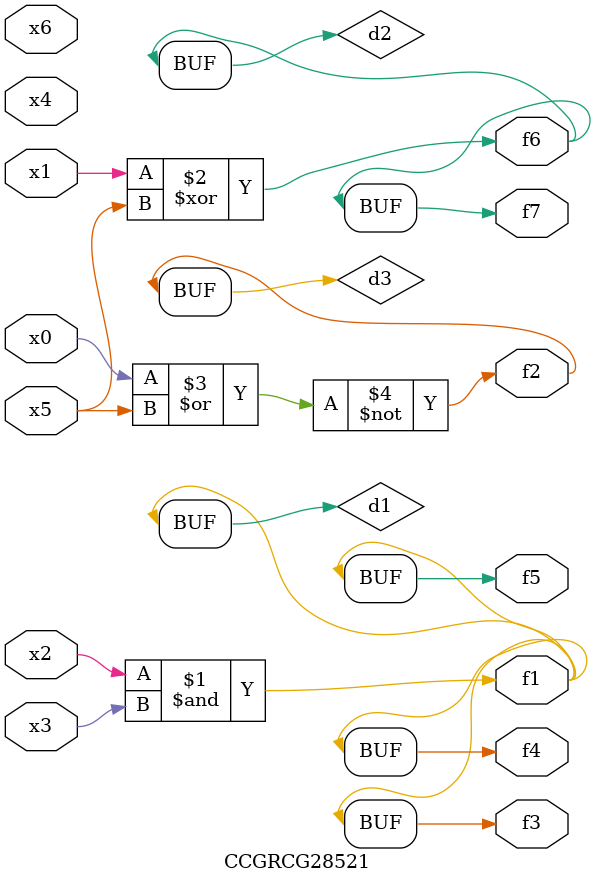
<source format=v>
module CCGRCG28521(
	input x0, x1, x2, x3, x4, x5, x6,
	output f1, f2, f3, f4, f5, f6, f7
);

	wire d1, d2, d3;

	and (d1, x2, x3);
	xor (d2, x1, x5);
	nor (d3, x0, x5);
	assign f1 = d1;
	assign f2 = d3;
	assign f3 = d1;
	assign f4 = d1;
	assign f5 = d1;
	assign f6 = d2;
	assign f7 = d2;
endmodule

</source>
